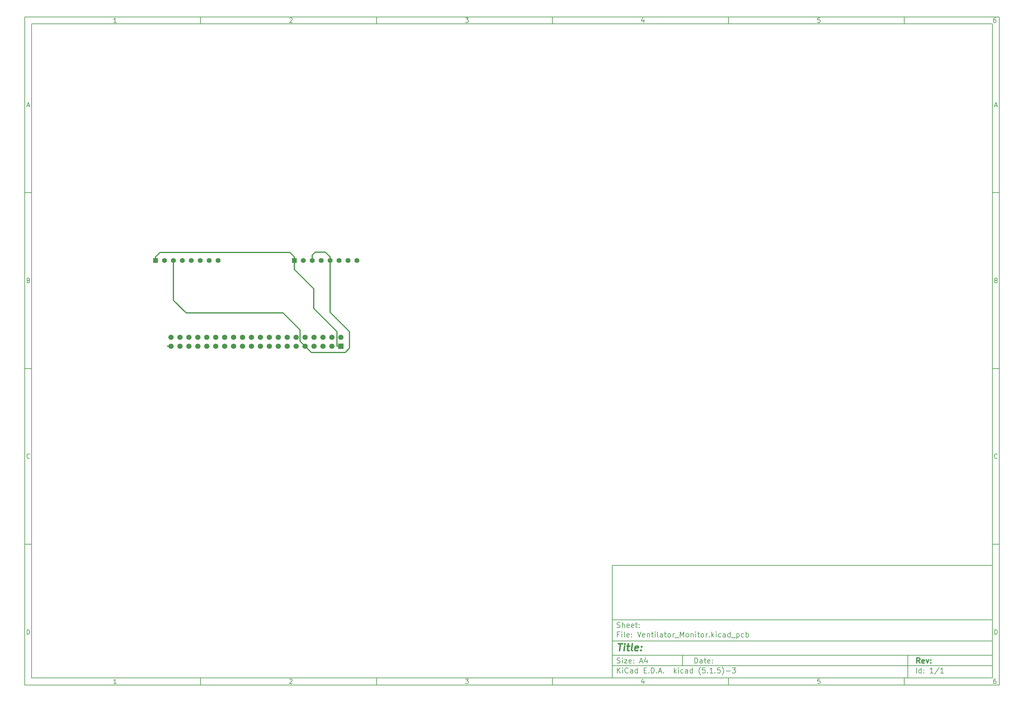
<source format=gbr>
G04 #@! TF.GenerationSoftware,KiCad,Pcbnew,(5.1.5)-3*
G04 #@! TF.CreationDate,2020-04-28T22:00:42-04:00*
G04 #@! TF.ProjectId,Ventilator_Monitor,56656e74-696c-4617-946f-725f4d6f6e69,rev?*
G04 #@! TF.SameCoordinates,Original*
G04 #@! TF.FileFunction,Copper,L1,Top*
G04 #@! TF.FilePolarity,Positive*
%FSLAX46Y46*%
G04 Gerber Fmt 4.6, Leading zero omitted, Abs format (unit mm)*
G04 Created by KiCad (PCBNEW (5.1.5)-3) date 2020-04-28 22:00:42*
%MOMM*%
%LPD*%
G04 APERTURE LIST*
%ADD10C,0.100000*%
%ADD11C,0.150000*%
%ADD12C,0.300000*%
%ADD13C,0.400000*%
%ADD14C,1.508000*%
%ADD15R,1.508000X1.508000*%
%ADD16C,1.398000*%
%ADD17R,1.398000X1.398000*%
%ADD18C,0.304800*%
G04 APERTURE END LIST*
D10*
D11*
X177002200Y-166007200D02*
X177002200Y-198007200D01*
X285002200Y-198007200D01*
X285002200Y-166007200D01*
X177002200Y-166007200D01*
D10*
D11*
X10000000Y-10000000D02*
X10000000Y-200007200D01*
X287002200Y-200007200D01*
X287002200Y-10000000D01*
X10000000Y-10000000D01*
D10*
D11*
X12000000Y-12000000D02*
X12000000Y-198007200D01*
X285002200Y-198007200D01*
X285002200Y-12000000D01*
X12000000Y-12000000D01*
D10*
D11*
X60000000Y-12000000D02*
X60000000Y-10000000D01*
D10*
D11*
X110000000Y-12000000D02*
X110000000Y-10000000D01*
D10*
D11*
X160000000Y-12000000D02*
X160000000Y-10000000D01*
D10*
D11*
X210000000Y-12000000D02*
X210000000Y-10000000D01*
D10*
D11*
X260000000Y-12000000D02*
X260000000Y-10000000D01*
D10*
D11*
X36065476Y-11588095D02*
X35322619Y-11588095D01*
X35694047Y-11588095D02*
X35694047Y-10288095D01*
X35570238Y-10473809D01*
X35446428Y-10597619D01*
X35322619Y-10659523D01*
D10*
D11*
X85322619Y-10411904D02*
X85384523Y-10350000D01*
X85508333Y-10288095D01*
X85817857Y-10288095D01*
X85941666Y-10350000D01*
X86003571Y-10411904D01*
X86065476Y-10535714D01*
X86065476Y-10659523D01*
X86003571Y-10845238D01*
X85260714Y-11588095D01*
X86065476Y-11588095D01*
D10*
D11*
X135260714Y-10288095D02*
X136065476Y-10288095D01*
X135632142Y-10783333D01*
X135817857Y-10783333D01*
X135941666Y-10845238D01*
X136003571Y-10907142D01*
X136065476Y-11030952D01*
X136065476Y-11340476D01*
X136003571Y-11464285D01*
X135941666Y-11526190D01*
X135817857Y-11588095D01*
X135446428Y-11588095D01*
X135322619Y-11526190D01*
X135260714Y-11464285D01*
D10*
D11*
X185941666Y-10721428D02*
X185941666Y-11588095D01*
X185632142Y-10226190D02*
X185322619Y-11154761D01*
X186127380Y-11154761D01*
D10*
D11*
X236003571Y-10288095D02*
X235384523Y-10288095D01*
X235322619Y-10907142D01*
X235384523Y-10845238D01*
X235508333Y-10783333D01*
X235817857Y-10783333D01*
X235941666Y-10845238D01*
X236003571Y-10907142D01*
X236065476Y-11030952D01*
X236065476Y-11340476D01*
X236003571Y-11464285D01*
X235941666Y-11526190D01*
X235817857Y-11588095D01*
X235508333Y-11588095D01*
X235384523Y-11526190D01*
X235322619Y-11464285D01*
D10*
D11*
X285941666Y-10288095D02*
X285694047Y-10288095D01*
X285570238Y-10350000D01*
X285508333Y-10411904D01*
X285384523Y-10597619D01*
X285322619Y-10845238D01*
X285322619Y-11340476D01*
X285384523Y-11464285D01*
X285446428Y-11526190D01*
X285570238Y-11588095D01*
X285817857Y-11588095D01*
X285941666Y-11526190D01*
X286003571Y-11464285D01*
X286065476Y-11340476D01*
X286065476Y-11030952D01*
X286003571Y-10907142D01*
X285941666Y-10845238D01*
X285817857Y-10783333D01*
X285570238Y-10783333D01*
X285446428Y-10845238D01*
X285384523Y-10907142D01*
X285322619Y-11030952D01*
D10*
D11*
X60000000Y-198007200D02*
X60000000Y-200007200D01*
D10*
D11*
X110000000Y-198007200D02*
X110000000Y-200007200D01*
D10*
D11*
X160000000Y-198007200D02*
X160000000Y-200007200D01*
D10*
D11*
X210000000Y-198007200D02*
X210000000Y-200007200D01*
D10*
D11*
X260000000Y-198007200D02*
X260000000Y-200007200D01*
D10*
D11*
X36065476Y-199595295D02*
X35322619Y-199595295D01*
X35694047Y-199595295D02*
X35694047Y-198295295D01*
X35570238Y-198481009D01*
X35446428Y-198604819D01*
X35322619Y-198666723D01*
D10*
D11*
X85322619Y-198419104D02*
X85384523Y-198357200D01*
X85508333Y-198295295D01*
X85817857Y-198295295D01*
X85941666Y-198357200D01*
X86003571Y-198419104D01*
X86065476Y-198542914D01*
X86065476Y-198666723D01*
X86003571Y-198852438D01*
X85260714Y-199595295D01*
X86065476Y-199595295D01*
D10*
D11*
X135260714Y-198295295D02*
X136065476Y-198295295D01*
X135632142Y-198790533D01*
X135817857Y-198790533D01*
X135941666Y-198852438D01*
X136003571Y-198914342D01*
X136065476Y-199038152D01*
X136065476Y-199347676D01*
X136003571Y-199471485D01*
X135941666Y-199533390D01*
X135817857Y-199595295D01*
X135446428Y-199595295D01*
X135322619Y-199533390D01*
X135260714Y-199471485D01*
D10*
D11*
X185941666Y-198728628D02*
X185941666Y-199595295D01*
X185632142Y-198233390D02*
X185322619Y-199161961D01*
X186127380Y-199161961D01*
D10*
D11*
X236003571Y-198295295D02*
X235384523Y-198295295D01*
X235322619Y-198914342D01*
X235384523Y-198852438D01*
X235508333Y-198790533D01*
X235817857Y-198790533D01*
X235941666Y-198852438D01*
X236003571Y-198914342D01*
X236065476Y-199038152D01*
X236065476Y-199347676D01*
X236003571Y-199471485D01*
X235941666Y-199533390D01*
X235817857Y-199595295D01*
X235508333Y-199595295D01*
X235384523Y-199533390D01*
X235322619Y-199471485D01*
D10*
D11*
X285941666Y-198295295D02*
X285694047Y-198295295D01*
X285570238Y-198357200D01*
X285508333Y-198419104D01*
X285384523Y-198604819D01*
X285322619Y-198852438D01*
X285322619Y-199347676D01*
X285384523Y-199471485D01*
X285446428Y-199533390D01*
X285570238Y-199595295D01*
X285817857Y-199595295D01*
X285941666Y-199533390D01*
X286003571Y-199471485D01*
X286065476Y-199347676D01*
X286065476Y-199038152D01*
X286003571Y-198914342D01*
X285941666Y-198852438D01*
X285817857Y-198790533D01*
X285570238Y-198790533D01*
X285446428Y-198852438D01*
X285384523Y-198914342D01*
X285322619Y-199038152D01*
D10*
D11*
X10000000Y-60000000D02*
X12000000Y-60000000D01*
D10*
D11*
X10000000Y-110000000D02*
X12000000Y-110000000D01*
D10*
D11*
X10000000Y-160000000D02*
X12000000Y-160000000D01*
D10*
D11*
X10690476Y-35216666D02*
X11309523Y-35216666D01*
X10566666Y-35588095D02*
X11000000Y-34288095D01*
X11433333Y-35588095D01*
D10*
D11*
X11092857Y-84907142D02*
X11278571Y-84969047D01*
X11340476Y-85030952D01*
X11402380Y-85154761D01*
X11402380Y-85340476D01*
X11340476Y-85464285D01*
X11278571Y-85526190D01*
X11154761Y-85588095D01*
X10659523Y-85588095D01*
X10659523Y-84288095D01*
X11092857Y-84288095D01*
X11216666Y-84350000D01*
X11278571Y-84411904D01*
X11340476Y-84535714D01*
X11340476Y-84659523D01*
X11278571Y-84783333D01*
X11216666Y-84845238D01*
X11092857Y-84907142D01*
X10659523Y-84907142D01*
D10*
D11*
X11402380Y-135464285D02*
X11340476Y-135526190D01*
X11154761Y-135588095D01*
X11030952Y-135588095D01*
X10845238Y-135526190D01*
X10721428Y-135402380D01*
X10659523Y-135278571D01*
X10597619Y-135030952D01*
X10597619Y-134845238D01*
X10659523Y-134597619D01*
X10721428Y-134473809D01*
X10845238Y-134350000D01*
X11030952Y-134288095D01*
X11154761Y-134288095D01*
X11340476Y-134350000D01*
X11402380Y-134411904D01*
D10*
D11*
X10659523Y-185588095D02*
X10659523Y-184288095D01*
X10969047Y-184288095D01*
X11154761Y-184350000D01*
X11278571Y-184473809D01*
X11340476Y-184597619D01*
X11402380Y-184845238D01*
X11402380Y-185030952D01*
X11340476Y-185278571D01*
X11278571Y-185402380D01*
X11154761Y-185526190D01*
X10969047Y-185588095D01*
X10659523Y-185588095D01*
D10*
D11*
X287002200Y-60000000D02*
X285002200Y-60000000D01*
D10*
D11*
X287002200Y-110000000D02*
X285002200Y-110000000D01*
D10*
D11*
X287002200Y-160000000D02*
X285002200Y-160000000D01*
D10*
D11*
X285692676Y-35216666D02*
X286311723Y-35216666D01*
X285568866Y-35588095D02*
X286002200Y-34288095D01*
X286435533Y-35588095D01*
D10*
D11*
X286095057Y-84907142D02*
X286280771Y-84969047D01*
X286342676Y-85030952D01*
X286404580Y-85154761D01*
X286404580Y-85340476D01*
X286342676Y-85464285D01*
X286280771Y-85526190D01*
X286156961Y-85588095D01*
X285661723Y-85588095D01*
X285661723Y-84288095D01*
X286095057Y-84288095D01*
X286218866Y-84350000D01*
X286280771Y-84411904D01*
X286342676Y-84535714D01*
X286342676Y-84659523D01*
X286280771Y-84783333D01*
X286218866Y-84845238D01*
X286095057Y-84907142D01*
X285661723Y-84907142D01*
D10*
D11*
X286404580Y-135464285D02*
X286342676Y-135526190D01*
X286156961Y-135588095D01*
X286033152Y-135588095D01*
X285847438Y-135526190D01*
X285723628Y-135402380D01*
X285661723Y-135278571D01*
X285599819Y-135030952D01*
X285599819Y-134845238D01*
X285661723Y-134597619D01*
X285723628Y-134473809D01*
X285847438Y-134350000D01*
X286033152Y-134288095D01*
X286156961Y-134288095D01*
X286342676Y-134350000D01*
X286404580Y-134411904D01*
D10*
D11*
X285661723Y-185588095D02*
X285661723Y-184288095D01*
X285971247Y-184288095D01*
X286156961Y-184350000D01*
X286280771Y-184473809D01*
X286342676Y-184597619D01*
X286404580Y-184845238D01*
X286404580Y-185030952D01*
X286342676Y-185278571D01*
X286280771Y-185402380D01*
X286156961Y-185526190D01*
X285971247Y-185588095D01*
X285661723Y-185588095D01*
D10*
D11*
X200434342Y-193785771D02*
X200434342Y-192285771D01*
X200791485Y-192285771D01*
X201005771Y-192357200D01*
X201148628Y-192500057D01*
X201220057Y-192642914D01*
X201291485Y-192928628D01*
X201291485Y-193142914D01*
X201220057Y-193428628D01*
X201148628Y-193571485D01*
X201005771Y-193714342D01*
X200791485Y-193785771D01*
X200434342Y-193785771D01*
X202577200Y-193785771D02*
X202577200Y-193000057D01*
X202505771Y-192857200D01*
X202362914Y-192785771D01*
X202077200Y-192785771D01*
X201934342Y-192857200D01*
X202577200Y-193714342D02*
X202434342Y-193785771D01*
X202077200Y-193785771D01*
X201934342Y-193714342D01*
X201862914Y-193571485D01*
X201862914Y-193428628D01*
X201934342Y-193285771D01*
X202077200Y-193214342D01*
X202434342Y-193214342D01*
X202577200Y-193142914D01*
X203077200Y-192785771D02*
X203648628Y-192785771D01*
X203291485Y-192285771D02*
X203291485Y-193571485D01*
X203362914Y-193714342D01*
X203505771Y-193785771D01*
X203648628Y-193785771D01*
X204720057Y-193714342D02*
X204577200Y-193785771D01*
X204291485Y-193785771D01*
X204148628Y-193714342D01*
X204077200Y-193571485D01*
X204077200Y-193000057D01*
X204148628Y-192857200D01*
X204291485Y-192785771D01*
X204577200Y-192785771D01*
X204720057Y-192857200D01*
X204791485Y-193000057D01*
X204791485Y-193142914D01*
X204077200Y-193285771D01*
X205434342Y-193642914D02*
X205505771Y-193714342D01*
X205434342Y-193785771D01*
X205362914Y-193714342D01*
X205434342Y-193642914D01*
X205434342Y-193785771D01*
X205434342Y-192857200D02*
X205505771Y-192928628D01*
X205434342Y-193000057D01*
X205362914Y-192928628D01*
X205434342Y-192857200D01*
X205434342Y-193000057D01*
D10*
D11*
X177002200Y-194507200D02*
X285002200Y-194507200D01*
D10*
D11*
X178434342Y-196585771D02*
X178434342Y-195085771D01*
X179291485Y-196585771D02*
X178648628Y-195728628D01*
X179291485Y-195085771D02*
X178434342Y-195942914D01*
X179934342Y-196585771D02*
X179934342Y-195585771D01*
X179934342Y-195085771D02*
X179862914Y-195157200D01*
X179934342Y-195228628D01*
X180005771Y-195157200D01*
X179934342Y-195085771D01*
X179934342Y-195228628D01*
X181505771Y-196442914D02*
X181434342Y-196514342D01*
X181220057Y-196585771D01*
X181077200Y-196585771D01*
X180862914Y-196514342D01*
X180720057Y-196371485D01*
X180648628Y-196228628D01*
X180577200Y-195942914D01*
X180577200Y-195728628D01*
X180648628Y-195442914D01*
X180720057Y-195300057D01*
X180862914Y-195157200D01*
X181077200Y-195085771D01*
X181220057Y-195085771D01*
X181434342Y-195157200D01*
X181505771Y-195228628D01*
X182791485Y-196585771D02*
X182791485Y-195800057D01*
X182720057Y-195657200D01*
X182577200Y-195585771D01*
X182291485Y-195585771D01*
X182148628Y-195657200D01*
X182791485Y-196514342D02*
X182648628Y-196585771D01*
X182291485Y-196585771D01*
X182148628Y-196514342D01*
X182077200Y-196371485D01*
X182077200Y-196228628D01*
X182148628Y-196085771D01*
X182291485Y-196014342D01*
X182648628Y-196014342D01*
X182791485Y-195942914D01*
X184148628Y-196585771D02*
X184148628Y-195085771D01*
X184148628Y-196514342D02*
X184005771Y-196585771D01*
X183720057Y-196585771D01*
X183577200Y-196514342D01*
X183505771Y-196442914D01*
X183434342Y-196300057D01*
X183434342Y-195871485D01*
X183505771Y-195728628D01*
X183577200Y-195657200D01*
X183720057Y-195585771D01*
X184005771Y-195585771D01*
X184148628Y-195657200D01*
X186005771Y-195800057D02*
X186505771Y-195800057D01*
X186720057Y-196585771D02*
X186005771Y-196585771D01*
X186005771Y-195085771D01*
X186720057Y-195085771D01*
X187362914Y-196442914D02*
X187434342Y-196514342D01*
X187362914Y-196585771D01*
X187291485Y-196514342D01*
X187362914Y-196442914D01*
X187362914Y-196585771D01*
X188077200Y-196585771D02*
X188077200Y-195085771D01*
X188434342Y-195085771D01*
X188648628Y-195157200D01*
X188791485Y-195300057D01*
X188862914Y-195442914D01*
X188934342Y-195728628D01*
X188934342Y-195942914D01*
X188862914Y-196228628D01*
X188791485Y-196371485D01*
X188648628Y-196514342D01*
X188434342Y-196585771D01*
X188077200Y-196585771D01*
X189577200Y-196442914D02*
X189648628Y-196514342D01*
X189577200Y-196585771D01*
X189505771Y-196514342D01*
X189577200Y-196442914D01*
X189577200Y-196585771D01*
X190220057Y-196157200D02*
X190934342Y-196157200D01*
X190077200Y-196585771D02*
X190577200Y-195085771D01*
X191077200Y-196585771D01*
X191577200Y-196442914D02*
X191648628Y-196514342D01*
X191577200Y-196585771D01*
X191505771Y-196514342D01*
X191577200Y-196442914D01*
X191577200Y-196585771D01*
X194577200Y-196585771D02*
X194577200Y-195085771D01*
X194720057Y-196014342D02*
X195148628Y-196585771D01*
X195148628Y-195585771D02*
X194577200Y-196157200D01*
X195791485Y-196585771D02*
X195791485Y-195585771D01*
X195791485Y-195085771D02*
X195720057Y-195157200D01*
X195791485Y-195228628D01*
X195862914Y-195157200D01*
X195791485Y-195085771D01*
X195791485Y-195228628D01*
X197148628Y-196514342D02*
X197005771Y-196585771D01*
X196720057Y-196585771D01*
X196577200Y-196514342D01*
X196505771Y-196442914D01*
X196434342Y-196300057D01*
X196434342Y-195871485D01*
X196505771Y-195728628D01*
X196577200Y-195657200D01*
X196720057Y-195585771D01*
X197005771Y-195585771D01*
X197148628Y-195657200D01*
X198434342Y-196585771D02*
X198434342Y-195800057D01*
X198362914Y-195657200D01*
X198220057Y-195585771D01*
X197934342Y-195585771D01*
X197791485Y-195657200D01*
X198434342Y-196514342D02*
X198291485Y-196585771D01*
X197934342Y-196585771D01*
X197791485Y-196514342D01*
X197720057Y-196371485D01*
X197720057Y-196228628D01*
X197791485Y-196085771D01*
X197934342Y-196014342D01*
X198291485Y-196014342D01*
X198434342Y-195942914D01*
X199791485Y-196585771D02*
X199791485Y-195085771D01*
X199791485Y-196514342D02*
X199648628Y-196585771D01*
X199362914Y-196585771D01*
X199220057Y-196514342D01*
X199148628Y-196442914D01*
X199077200Y-196300057D01*
X199077200Y-195871485D01*
X199148628Y-195728628D01*
X199220057Y-195657200D01*
X199362914Y-195585771D01*
X199648628Y-195585771D01*
X199791485Y-195657200D01*
X202077200Y-197157200D02*
X202005771Y-197085771D01*
X201862914Y-196871485D01*
X201791485Y-196728628D01*
X201720057Y-196514342D01*
X201648628Y-196157200D01*
X201648628Y-195871485D01*
X201720057Y-195514342D01*
X201791485Y-195300057D01*
X201862914Y-195157200D01*
X202005771Y-194942914D01*
X202077200Y-194871485D01*
X203362914Y-195085771D02*
X202648628Y-195085771D01*
X202577200Y-195800057D01*
X202648628Y-195728628D01*
X202791485Y-195657200D01*
X203148628Y-195657200D01*
X203291485Y-195728628D01*
X203362914Y-195800057D01*
X203434342Y-195942914D01*
X203434342Y-196300057D01*
X203362914Y-196442914D01*
X203291485Y-196514342D01*
X203148628Y-196585771D01*
X202791485Y-196585771D01*
X202648628Y-196514342D01*
X202577200Y-196442914D01*
X204077200Y-196442914D02*
X204148628Y-196514342D01*
X204077200Y-196585771D01*
X204005771Y-196514342D01*
X204077200Y-196442914D01*
X204077200Y-196585771D01*
X205577200Y-196585771D02*
X204720057Y-196585771D01*
X205148628Y-196585771D02*
X205148628Y-195085771D01*
X205005771Y-195300057D01*
X204862914Y-195442914D01*
X204720057Y-195514342D01*
X206220057Y-196442914D02*
X206291485Y-196514342D01*
X206220057Y-196585771D01*
X206148628Y-196514342D01*
X206220057Y-196442914D01*
X206220057Y-196585771D01*
X207648628Y-195085771D02*
X206934342Y-195085771D01*
X206862914Y-195800057D01*
X206934342Y-195728628D01*
X207077200Y-195657200D01*
X207434342Y-195657200D01*
X207577200Y-195728628D01*
X207648628Y-195800057D01*
X207720057Y-195942914D01*
X207720057Y-196300057D01*
X207648628Y-196442914D01*
X207577200Y-196514342D01*
X207434342Y-196585771D01*
X207077200Y-196585771D01*
X206934342Y-196514342D01*
X206862914Y-196442914D01*
X208220057Y-197157200D02*
X208291485Y-197085771D01*
X208434342Y-196871485D01*
X208505771Y-196728628D01*
X208577200Y-196514342D01*
X208648628Y-196157200D01*
X208648628Y-195871485D01*
X208577200Y-195514342D01*
X208505771Y-195300057D01*
X208434342Y-195157200D01*
X208291485Y-194942914D01*
X208220057Y-194871485D01*
X209362914Y-196014342D02*
X210505771Y-196014342D01*
X211077200Y-195085771D02*
X212005771Y-195085771D01*
X211505771Y-195657200D01*
X211720057Y-195657200D01*
X211862914Y-195728628D01*
X211934342Y-195800057D01*
X212005771Y-195942914D01*
X212005771Y-196300057D01*
X211934342Y-196442914D01*
X211862914Y-196514342D01*
X211720057Y-196585771D01*
X211291485Y-196585771D01*
X211148628Y-196514342D01*
X211077200Y-196442914D01*
D10*
D11*
X177002200Y-191507200D02*
X285002200Y-191507200D01*
D10*
D12*
X264411485Y-193785771D02*
X263911485Y-193071485D01*
X263554342Y-193785771D02*
X263554342Y-192285771D01*
X264125771Y-192285771D01*
X264268628Y-192357200D01*
X264340057Y-192428628D01*
X264411485Y-192571485D01*
X264411485Y-192785771D01*
X264340057Y-192928628D01*
X264268628Y-193000057D01*
X264125771Y-193071485D01*
X263554342Y-193071485D01*
X265625771Y-193714342D02*
X265482914Y-193785771D01*
X265197200Y-193785771D01*
X265054342Y-193714342D01*
X264982914Y-193571485D01*
X264982914Y-193000057D01*
X265054342Y-192857200D01*
X265197200Y-192785771D01*
X265482914Y-192785771D01*
X265625771Y-192857200D01*
X265697200Y-193000057D01*
X265697200Y-193142914D01*
X264982914Y-193285771D01*
X266197200Y-192785771D02*
X266554342Y-193785771D01*
X266911485Y-192785771D01*
X267482914Y-193642914D02*
X267554342Y-193714342D01*
X267482914Y-193785771D01*
X267411485Y-193714342D01*
X267482914Y-193642914D01*
X267482914Y-193785771D01*
X267482914Y-192857200D02*
X267554342Y-192928628D01*
X267482914Y-193000057D01*
X267411485Y-192928628D01*
X267482914Y-192857200D01*
X267482914Y-193000057D01*
D10*
D11*
X178362914Y-193714342D02*
X178577200Y-193785771D01*
X178934342Y-193785771D01*
X179077200Y-193714342D01*
X179148628Y-193642914D01*
X179220057Y-193500057D01*
X179220057Y-193357200D01*
X179148628Y-193214342D01*
X179077200Y-193142914D01*
X178934342Y-193071485D01*
X178648628Y-193000057D01*
X178505771Y-192928628D01*
X178434342Y-192857200D01*
X178362914Y-192714342D01*
X178362914Y-192571485D01*
X178434342Y-192428628D01*
X178505771Y-192357200D01*
X178648628Y-192285771D01*
X179005771Y-192285771D01*
X179220057Y-192357200D01*
X179862914Y-193785771D02*
X179862914Y-192785771D01*
X179862914Y-192285771D02*
X179791485Y-192357200D01*
X179862914Y-192428628D01*
X179934342Y-192357200D01*
X179862914Y-192285771D01*
X179862914Y-192428628D01*
X180434342Y-192785771D02*
X181220057Y-192785771D01*
X180434342Y-193785771D01*
X181220057Y-193785771D01*
X182362914Y-193714342D02*
X182220057Y-193785771D01*
X181934342Y-193785771D01*
X181791485Y-193714342D01*
X181720057Y-193571485D01*
X181720057Y-193000057D01*
X181791485Y-192857200D01*
X181934342Y-192785771D01*
X182220057Y-192785771D01*
X182362914Y-192857200D01*
X182434342Y-193000057D01*
X182434342Y-193142914D01*
X181720057Y-193285771D01*
X183077200Y-193642914D02*
X183148628Y-193714342D01*
X183077200Y-193785771D01*
X183005771Y-193714342D01*
X183077200Y-193642914D01*
X183077200Y-193785771D01*
X183077200Y-192857200D02*
X183148628Y-192928628D01*
X183077200Y-193000057D01*
X183005771Y-192928628D01*
X183077200Y-192857200D01*
X183077200Y-193000057D01*
X184862914Y-193357200D02*
X185577200Y-193357200D01*
X184720057Y-193785771D02*
X185220057Y-192285771D01*
X185720057Y-193785771D01*
X186862914Y-192785771D02*
X186862914Y-193785771D01*
X186505771Y-192214342D02*
X186148628Y-193285771D01*
X187077200Y-193285771D01*
D10*
D11*
X263434342Y-196585771D02*
X263434342Y-195085771D01*
X264791485Y-196585771D02*
X264791485Y-195085771D01*
X264791485Y-196514342D02*
X264648628Y-196585771D01*
X264362914Y-196585771D01*
X264220057Y-196514342D01*
X264148628Y-196442914D01*
X264077200Y-196300057D01*
X264077200Y-195871485D01*
X264148628Y-195728628D01*
X264220057Y-195657200D01*
X264362914Y-195585771D01*
X264648628Y-195585771D01*
X264791485Y-195657200D01*
X265505771Y-196442914D02*
X265577200Y-196514342D01*
X265505771Y-196585771D01*
X265434342Y-196514342D01*
X265505771Y-196442914D01*
X265505771Y-196585771D01*
X265505771Y-195657200D02*
X265577200Y-195728628D01*
X265505771Y-195800057D01*
X265434342Y-195728628D01*
X265505771Y-195657200D01*
X265505771Y-195800057D01*
X268148628Y-196585771D02*
X267291485Y-196585771D01*
X267720057Y-196585771D02*
X267720057Y-195085771D01*
X267577200Y-195300057D01*
X267434342Y-195442914D01*
X267291485Y-195514342D01*
X269862914Y-195014342D02*
X268577200Y-196942914D01*
X271148628Y-196585771D02*
X270291485Y-196585771D01*
X270720057Y-196585771D02*
X270720057Y-195085771D01*
X270577200Y-195300057D01*
X270434342Y-195442914D01*
X270291485Y-195514342D01*
D10*
D11*
X177002200Y-187507200D02*
X285002200Y-187507200D01*
D10*
D13*
X178714580Y-188211961D02*
X179857438Y-188211961D01*
X179036009Y-190211961D02*
X179286009Y-188211961D01*
X180274104Y-190211961D02*
X180440771Y-188878628D01*
X180524104Y-188211961D02*
X180416961Y-188307200D01*
X180500295Y-188402438D01*
X180607438Y-188307200D01*
X180524104Y-188211961D01*
X180500295Y-188402438D01*
X181107438Y-188878628D02*
X181869342Y-188878628D01*
X181476485Y-188211961D02*
X181262200Y-189926247D01*
X181333628Y-190116723D01*
X181512200Y-190211961D01*
X181702676Y-190211961D01*
X182655057Y-190211961D02*
X182476485Y-190116723D01*
X182405057Y-189926247D01*
X182619342Y-188211961D01*
X184190771Y-190116723D02*
X183988390Y-190211961D01*
X183607438Y-190211961D01*
X183428866Y-190116723D01*
X183357438Y-189926247D01*
X183452676Y-189164342D01*
X183571723Y-188973866D01*
X183774104Y-188878628D01*
X184155057Y-188878628D01*
X184333628Y-188973866D01*
X184405057Y-189164342D01*
X184381247Y-189354819D01*
X183405057Y-189545295D01*
X185155057Y-190021485D02*
X185238390Y-190116723D01*
X185131247Y-190211961D01*
X185047914Y-190116723D01*
X185155057Y-190021485D01*
X185131247Y-190211961D01*
X185286009Y-188973866D02*
X185369342Y-189069104D01*
X185262200Y-189164342D01*
X185178866Y-189069104D01*
X185286009Y-188973866D01*
X185262200Y-189164342D01*
D10*
D11*
X178934342Y-185600057D02*
X178434342Y-185600057D01*
X178434342Y-186385771D02*
X178434342Y-184885771D01*
X179148628Y-184885771D01*
X179720057Y-186385771D02*
X179720057Y-185385771D01*
X179720057Y-184885771D02*
X179648628Y-184957200D01*
X179720057Y-185028628D01*
X179791485Y-184957200D01*
X179720057Y-184885771D01*
X179720057Y-185028628D01*
X180648628Y-186385771D02*
X180505771Y-186314342D01*
X180434342Y-186171485D01*
X180434342Y-184885771D01*
X181791485Y-186314342D02*
X181648628Y-186385771D01*
X181362914Y-186385771D01*
X181220057Y-186314342D01*
X181148628Y-186171485D01*
X181148628Y-185600057D01*
X181220057Y-185457200D01*
X181362914Y-185385771D01*
X181648628Y-185385771D01*
X181791485Y-185457200D01*
X181862914Y-185600057D01*
X181862914Y-185742914D01*
X181148628Y-185885771D01*
X182505771Y-186242914D02*
X182577200Y-186314342D01*
X182505771Y-186385771D01*
X182434342Y-186314342D01*
X182505771Y-186242914D01*
X182505771Y-186385771D01*
X182505771Y-185457200D02*
X182577200Y-185528628D01*
X182505771Y-185600057D01*
X182434342Y-185528628D01*
X182505771Y-185457200D01*
X182505771Y-185600057D01*
X184148628Y-184885771D02*
X184648628Y-186385771D01*
X185148628Y-184885771D01*
X186220057Y-186314342D02*
X186077200Y-186385771D01*
X185791485Y-186385771D01*
X185648628Y-186314342D01*
X185577200Y-186171485D01*
X185577200Y-185600057D01*
X185648628Y-185457200D01*
X185791485Y-185385771D01*
X186077200Y-185385771D01*
X186220057Y-185457200D01*
X186291485Y-185600057D01*
X186291485Y-185742914D01*
X185577200Y-185885771D01*
X186934342Y-185385771D02*
X186934342Y-186385771D01*
X186934342Y-185528628D02*
X187005771Y-185457200D01*
X187148628Y-185385771D01*
X187362914Y-185385771D01*
X187505771Y-185457200D01*
X187577200Y-185600057D01*
X187577200Y-186385771D01*
X188077200Y-185385771D02*
X188648628Y-185385771D01*
X188291485Y-184885771D02*
X188291485Y-186171485D01*
X188362914Y-186314342D01*
X188505771Y-186385771D01*
X188648628Y-186385771D01*
X189148628Y-186385771D02*
X189148628Y-185385771D01*
X189148628Y-184885771D02*
X189077200Y-184957200D01*
X189148628Y-185028628D01*
X189220057Y-184957200D01*
X189148628Y-184885771D01*
X189148628Y-185028628D01*
X190077200Y-186385771D02*
X189934342Y-186314342D01*
X189862914Y-186171485D01*
X189862914Y-184885771D01*
X191291485Y-186385771D02*
X191291485Y-185600057D01*
X191220057Y-185457200D01*
X191077200Y-185385771D01*
X190791485Y-185385771D01*
X190648628Y-185457200D01*
X191291485Y-186314342D02*
X191148628Y-186385771D01*
X190791485Y-186385771D01*
X190648628Y-186314342D01*
X190577200Y-186171485D01*
X190577200Y-186028628D01*
X190648628Y-185885771D01*
X190791485Y-185814342D01*
X191148628Y-185814342D01*
X191291485Y-185742914D01*
X191791485Y-185385771D02*
X192362914Y-185385771D01*
X192005771Y-184885771D02*
X192005771Y-186171485D01*
X192077200Y-186314342D01*
X192220057Y-186385771D01*
X192362914Y-186385771D01*
X193077200Y-186385771D02*
X192934342Y-186314342D01*
X192862914Y-186242914D01*
X192791485Y-186100057D01*
X192791485Y-185671485D01*
X192862914Y-185528628D01*
X192934342Y-185457200D01*
X193077200Y-185385771D01*
X193291485Y-185385771D01*
X193434342Y-185457200D01*
X193505771Y-185528628D01*
X193577200Y-185671485D01*
X193577200Y-186100057D01*
X193505771Y-186242914D01*
X193434342Y-186314342D01*
X193291485Y-186385771D01*
X193077200Y-186385771D01*
X194220057Y-186385771D02*
X194220057Y-185385771D01*
X194220057Y-185671485D02*
X194291485Y-185528628D01*
X194362914Y-185457200D01*
X194505771Y-185385771D01*
X194648628Y-185385771D01*
X194791485Y-186528628D02*
X195934342Y-186528628D01*
X196291485Y-186385771D02*
X196291485Y-184885771D01*
X196791485Y-185957200D01*
X197291485Y-184885771D01*
X197291485Y-186385771D01*
X198220057Y-186385771D02*
X198077200Y-186314342D01*
X198005771Y-186242914D01*
X197934342Y-186100057D01*
X197934342Y-185671485D01*
X198005771Y-185528628D01*
X198077200Y-185457200D01*
X198220057Y-185385771D01*
X198434342Y-185385771D01*
X198577200Y-185457200D01*
X198648628Y-185528628D01*
X198720057Y-185671485D01*
X198720057Y-186100057D01*
X198648628Y-186242914D01*
X198577200Y-186314342D01*
X198434342Y-186385771D01*
X198220057Y-186385771D01*
X199362914Y-185385771D02*
X199362914Y-186385771D01*
X199362914Y-185528628D02*
X199434342Y-185457200D01*
X199577200Y-185385771D01*
X199791485Y-185385771D01*
X199934342Y-185457200D01*
X200005771Y-185600057D01*
X200005771Y-186385771D01*
X200720057Y-186385771D02*
X200720057Y-185385771D01*
X200720057Y-184885771D02*
X200648628Y-184957200D01*
X200720057Y-185028628D01*
X200791485Y-184957200D01*
X200720057Y-184885771D01*
X200720057Y-185028628D01*
X201220057Y-185385771D02*
X201791485Y-185385771D01*
X201434342Y-184885771D02*
X201434342Y-186171485D01*
X201505771Y-186314342D01*
X201648628Y-186385771D01*
X201791485Y-186385771D01*
X202505771Y-186385771D02*
X202362914Y-186314342D01*
X202291485Y-186242914D01*
X202220057Y-186100057D01*
X202220057Y-185671485D01*
X202291485Y-185528628D01*
X202362914Y-185457200D01*
X202505771Y-185385771D01*
X202720057Y-185385771D01*
X202862914Y-185457200D01*
X202934342Y-185528628D01*
X203005771Y-185671485D01*
X203005771Y-186100057D01*
X202934342Y-186242914D01*
X202862914Y-186314342D01*
X202720057Y-186385771D01*
X202505771Y-186385771D01*
X203648628Y-186385771D02*
X203648628Y-185385771D01*
X203648628Y-185671485D02*
X203720057Y-185528628D01*
X203791485Y-185457200D01*
X203934342Y-185385771D01*
X204077200Y-185385771D01*
X204577200Y-186242914D02*
X204648628Y-186314342D01*
X204577200Y-186385771D01*
X204505771Y-186314342D01*
X204577200Y-186242914D01*
X204577200Y-186385771D01*
X205291485Y-186385771D02*
X205291485Y-184885771D01*
X205434342Y-185814342D02*
X205862914Y-186385771D01*
X205862914Y-185385771D02*
X205291485Y-185957200D01*
X206505771Y-186385771D02*
X206505771Y-185385771D01*
X206505771Y-184885771D02*
X206434342Y-184957200D01*
X206505771Y-185028628D01*
X206577200Y-184957200D01*
X206505771Y-184885771D01*
X206505771Y-185028628D01*
X207862914Y-186314342D02*
X207720057Y-186385771D01*
X207434342Y-186385771D01*
X207291485Y-186314342D01*
X207220057Y-186242914D01*
X207148628Y-186100057D01*
X207148628Y-185671485D01*
X207220057Y-185528628D01*
X207291485Y-185457200D01*
X207434342Y-185385771D01*
X207720057Y-185385771D01*
X207862914Y-185457200D01*
X209148628Y-186385771D02*
X209148628Y-185600057D01*
X209077200Y-185457200D01*
X208934342Y-185385771D01*
X208648628Y-185385771D01*
X208505771Y-185457200D01*
X209148628Y-186314342D02*
X209005771Y-186385771D01*
X208648628Y-186385771D01*
X208505771Y-186314342D01*
X208434342Y-186171485D01*
X208434342Y-186028628D01*
X208505771Y-185885771D01*
X208648628Y-185814342D01*
X209005771Y-185814342D01*
X209148628Y-185742914D01*
X210505771Y-186385771D02*
X210505771Y-184885771D01*
X210505771Y-186314342D02*
X210362914Y-186385771D01*
X210077200Y-186385771D01*
X209934342Y-186314342D01*
X209862914Y-186242914D01*
X209791485Y-186100057D01*
X209791485Y-185671485D01*
X209862914Y-185528628D01*
X209934342Y-185457200D01*
X210077200Y-185385771D01*
X210362914Y-185385771D01*
X210505771Y-185457200D01*
X210862914Y-186528628D02*
X212005771Y-186528628D01*
X212362914Y-185385771D02*
X212362914Y-186885771D01*
X212362914Y-185457200D02*
X212505771Y-185385771D01*
X212791485Y-185385771D01*
X212934342Y-185457200D01*
X213005771Y-185528628D01*
X213077200Y-185671485D01*
X213077200Y-186100057D01*
X213005771Y-186242914D01*
X212934342Y-186314342D01*
X212791485Y-186385771D01*
X212505771Y-186385771D01*
X212362914Y-186314342D01*
X214362914Y-186314342D02*
X214220057Y-186385771D01*
X213934342Y-186385771D01*
X213791485Y-186314342D01*
X213720057Y-186242914D01*
X213648628Y-186100057D01*
X213648628Y-185671485D01*
X213720057Y-185528628D01*
X213791485Y-185457200D01*
X213934342Y-185385771D01*
X214220057Y-185385771D01*
X214362914Y-185457200D01*
X215005771Y-186385771D02*
X215005771Y-184885771D01*
X215005771Y-185457200D02*
X215148628Y-185385771D01*
X215434342Y-185385771D01*
X215577200Y-185457200D01*
X215648628Y-185528628D01*
X215720057Y-185671485D01*
X215720057Y-186100057D01*
X215648628Y-186242914D01*
X215577200Y-186314342D01*
X215434342Y-186385771D01*
X215148628Y-186385771D01*
X215005771Y-186314342D01*
D10*
D11*
X177002200Y-181507200D02*
X285002200Y-181507200D01*
D10*
D11*
X178362914Y-183614342D02*
X178577200Y-183685771D01*
X178934342Y-183685771D01*
X179077200Y-183614342D01*
X179148628Y-183542914D01*
X179220057Y-183400057D01*
X179220057Y-183257200D01*
X179148628Y-183114342D01*
X179077200Y-183042914D01*
X178934342Y-182971485D01*
X178648628Y-182900057D01*
X178505771Y-182828628D01*
X178434342Y-182757200D01*
X178362914Y-182614342D01*
X178362914Y-182471485D01*
X178434342Y-182328628D01*
X178505771Y-182257200D01*
X178648628Y-182185771D01*
X179005771Y-182185771D01*
X179220057Y-182257200D01*
X179862914Y-183685771D02*
X179862914Y-182185771D01*
X180505771Y-183685771D02*
X180505771Y-182900057D01*
X180434342Y-182757200D01*
X180291485Y-182685771D01*
X180077200Y-182685771D01*
X179934342Y-182757200D01*
X179862914Y-182828628D01*
X181791485Y-183614342D02*
X181648628Y-183685771D01*
X181362914Y-183685771D01*
X181220057Y-183614342D01*
X181148628Y-183471485D01*
X181148628Y-182900057D01*
X181220057Y-182757200D01*
X181362914Y-182685771D01*
X181648628Y-182685771D01*
X181791485Y-182757200D01*
X181862914Y-182900057D01*
X181862914Y-183042914D01*
X181148628Y-183185771D01*
X183077200Y-183614342D02*
X182934342Y-183685771D01*
X182648628Y-183685771D01*
X182505771Y-183614342D01*
X182434342Y-183471485D01*
X182434342Y-182900057D01*
X182505771Y-182757200D01*
X182648628Y-182685771D01*
X182934342Y-182685771D01*
X183077200Y-182757200D01*
X183148628Y-182900057D01*
X183148628Y-183042914D01*
X182434342Y-183185771D01*
X183577200Y-182685771D02*
X184148628Y-182685771D01*
X183791485Y-182185771D02*
X183791485Y-183471485D01*
X183862914Y-183614342D01*
X184005771Y-183685771D01*
X184148628Y-183685771D01*
X184648628Y-183542914D02*
X184720057Y-183614342D01*
X184648628Y-183685771D01*
X184577200Y-183614342D01*
X184648628Y-183542914D01*
X184648628Y-183685771D01*
X184648628Y-182757200D02*
X184720057Y-182828628D01*
X184648628Y-182900057D01*
X184577200Y-182828628D01*
X184648628Y-182757200D01*
X184648628Y-182900057D01*
D10*
D11*
X197002200Y-191507200D02*
X197002200Y-194507200D01*
D10*
D11*
X261002200Y-191507200D02*
X261002200Y-198007200D01*
D14*
X99872800Y-101117400D03*
X97332800Y-101117400D03*
X94792800Y-101117400D03*
X92252800Y-101117400D03*
X89712800Y-101117400D03*
X87172800Y-101117400D03*
X84632800Y-101117400D03*
X82092800Y-101117400D03*
X79552800Y-101117400D03*
X77012800Y-101117400D03*
X74472800Y-101117400D03*
X71932800Y-101117400D03*
X69392800Y-101117400D03*
X66852800Y-101117400D03*
X64312800Y-101117400D03*
X61772800Y-101117400D03*
X59232800Y-101117400D03*
X56692800Y-101117400D03*
X54152800Y-101117400D03*
X51612800Y-101117400D03*
D15*
X99872800Y-103657400D03*
D14*
X97332800Y-103657400D03*
X94792800Y-103657400D03*
X92252800Y-103657400D03*
X89712800Y-103657400D03*
X87172800Y-103657400D03*
X84632800Y-103657400D03*
X82092800Y-103657400D03*
X79552800Y-103657400D03*
X77012800Y-103657400D03*
X74472800Y-103657400D03*
X71932800Y-103657400D03*
X69392800Y-103657400D03*
X66852800Y-103657400D03*
X64312800Y-103657400D03*
X61772800Y-103657400D03*
X59232800Y-103657400D03*
X56692800Y-103657400D03*
X54152800Y-103657400D03*
X51612800Y-103657400D03*
D16*
X104419400Y-79286100D03*
X101879400Y-79286100D03*
X99339400Y-79286100D03*
X96799400Y-79286100D03*
X94259400Y-79286100D03*
X91719400Y-79286100D03*
X89179400Y-79286100D03*
D17*
X86639400Y-79286100D03*
D16*
X65011300Y-79235300D03*
X62471300Y-79235300D03*
X59931300Y-79235300D03*
X57391300Y-79235300D03*
X54851300Y-79235300D03*
X52311300Y-79235300D03*
X49771300Y-79235300D03*
D17*
X47231300Y-79235300D03*
D18*
X52311300Y-90627200D02*
X52311300Y-79235300D01*
X55880000Y-94195900D02*
X52311300Y-90627200D01*
X96799400Y-78297565D02*
X95425735Y-76923900D01*
X96799400Y-79286100D02*
X96799400Y-78297565D01*
X95425735Y-76923900D02*
X92532200Y-76923900D01*
X91719400Y-77736700D02*
X91719400Y-79286100D01*
X92532200Y-76923900D02*
X91719400Y-77736700D01*
X91478100Y-105422700D02*
X89712800Y-103657400D01*
X96799400Y-94018100D02*
X102323900Y-99542600D01*
X102323900Y-99542600D02*
X102323900Y-104190800D01*
X102323900Y-104190800D02*
X101092000Y-105422700D01*
X96799400Y-79286100D02*
X96799400Y-94018100D01*
X101092000Y-105422700D02*
X91478100Y-105422700D01*
X82486500Y-94195900D02*
X55880000Y-94195900D01*
X82486500Y-94195900D02*
X83464400Y-94195900D01*
X82791300Y-94195900D02*
X82486500Y-94195900D01*
X88958801Y-102903401D02*
X89712800Y-103657400D01*
X88279201Y-102223801D02*
X88958801Y-102903401D01*
X88279201Y-99010701D02*
X88279201Y-102223801D01*
X83464400Y-94195900D02*
X88279201Y-99010701D01*
X86639400Y-78282300D02*
X85369900Y-77012800D01*
X86639400Y-79286100D02*
X86639400Y-78282300D01*
X47231300Y-78231500D02*
X47231300Y-79235300D01*
X48450000Y-77012800D02*
X47231300Y-78231500D01*
X85369900Y-77012800D02*
X48450000Y-77012800D01*
X98814000Y-103657400D02*
X99872800Y-103657400D01*
X98766399Y-103609799D02*
X98814000Y-103657400D01*
X86639400Y-79286100D02*
X86639400Y-81813400D01*
X86639400Y-81813400D02*
X92176600Y-87350600D01*
X92176600Y-92925900D02*
X98766399Y-99515699D01*
X98766399Y-99515699D02*
X98766399Y-103609799D01*
X92176600Y-87350600D02*
X92176600Y-92925900D01*
X51612800Y-103657400D02*
X50554000Y-103657400D01*
M02*

</source>
